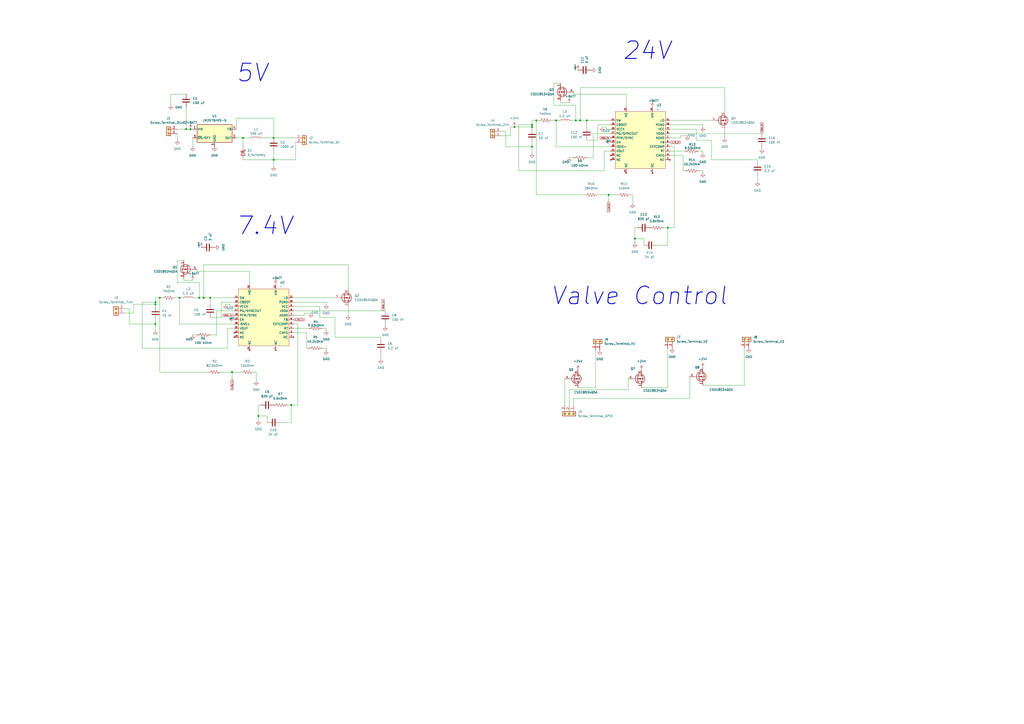
<source format=kicad_sch>
(kicad_sch (version 20250114) (generator "eeschema") (generator_version "9.0")
  (paper "A2")
  (lib_symbols
    (symbol "Connector:Screw_Terminal_01x02" (pin_names (offset 1.016) (hide yes))
      (property "Reference" "J" (at 0 2.54 0))
      (property "Value" "Screw_Terminal_01x02" (at 0 -5.08 0))
      (symbol "Screw_Terminal_01x02_1_1"
        (rectangle (start -1.27 1.27) (end 1.27 -3.81) (stroke (width 0.254)) (fill (type background)))
        (polyline (pts (xy -0.5334 0.3302) (xy 0.3302 -0.508)) (stroke (width 0.1524)))
        (polyline (pts (xy -0.5334 -2.2098) (xy 0.3302 -3.048)) (stroke (width 0.1524)))
        (polyline (pts (xy -0.3556 0.508) (xy 0.508 -0.3302)) (stroke (width 0.1524)))
        (polyline (pts (xy -0.3556 -2.032) (xy 0.508 -2.8702)) (stroke (width 0.1524)))
        (circle (center 0 0) (radius 0.635) (stroke (width 0.1524)))
        (circle (center 0 -2.54) (radius 0.635) (stroke (width 0.1524)))
        (pin passive line (at -5.08 0 0) (length 3.81) (name "Pin_1") (number "1"))
        (pin passive line (at -5.08 -2.54 0) (length 3.81) (name "Pin_2") (number "2"))
      )
    )
    (symbol "Connector:Screw_Terminal_01x03" (pin_names (offset 1.016) (hide yes))
      (property "Reference" "J" (at 0 5.08 0))
      (property "Value" "Screw_Terminal_01x03" (at 0 -5.08 0))
      (symbol "Screw_Terminal_01x03_1_1"
        (rectangle (start -1.27 3.81) (end 1.27 -3.81) (stroke (width 0.254)) (fill (type background)))
        (polyline (pts (xy -0.5334 2.8702) (xy 0.3302 2.032)) (stroke (width 0.1524)))
        (polyline (pts (xy -0.5334 0.3302) (xy 0.3302 -0.508)) (stroke (width 0.1524)))
        (polyline (pts (xy -0.5334 -2.2098) (xy 0.3302 -3.048)) (stroke (width 0.1524)))
        (polyline (pts (xy -0.3556 3.048) (xy 0.508 2.2098)) (stroke (width 0.1524)))
        (polyline (pts (xy -0.3556 0.508) (xy 0.508 -0.3302)) (stroke (width 0.1524)))
        (polyline (pts (xy -0.3556 -2.032) (xy 0.508 -2.8702)) (stroke (width 0.1524)))
        (circle (center 0 2.54) (radius 0.635) (stroke (width 0.1524)))
        (circle (center 0 0) (radius 0.635) (stroke (width 0.1524)))
        (circle (center 0 -2.54) (radius 0.635) (stroke (width 0.1524)))
        (pin passive line (at -5.08 2.54 0) (length 3.81) (name "Pin_1") (number "1"))
        (pin passive line (at -5.08 0 0) (length 3.81) (name "Pin_2") (number "2"))
        (pin passive line (at -5.08 -2.54 0) (length 3.81) (name "Pin_3") (number "3"))
      )
    )
    (symbol "Device:C" (pin_numbers (hide yes)) (pin_names (offset 0.254))
      (property "Reference" "C" (at 0.635 2.54 0))
      (property "Value" "C" (at 0.635 -2.54 0))
      (symbol "C_0_1"
        (polyline (pts (xy -2.032 0.762) (xy 2.032 0.762)) (stroke (width 0.508)))
        (polyline (pts (xy -2.032 -0.762) (xy 2.032 -0.762)) (stroke (width 0.508)))
      )
      (symbol "C_1_1"
        (pin passive line (at 0 3.81 270) (length 2.794) (name "~") (number "1"))
        (pin passive line (at 0 -3.81 90) (length 2.794) (name "~") (number "2"))
      )
    )
    (symbol "Device:D_Schottky" (pin_numbers (hide yes)) (pin_names (offset 1.016) (hide yes))
      (property "Reference" "D" (at 0 2.54 0))
      (property "Value" "D_Schottky" (at 0 -2.54 0))
      (symbol "D_Schottky_0_1"
        (polyline (pts (xy -1.905 0.635) (xy -1.905 1.27) (xy -1.27 1.27) (xy -1.27 -1.27) (xy -0.635 -1.27) (xy -0.635 -0.635)) (stroke (width 0.254)))
        (polyline (pts (xy 1.27 1.27) (xy 1.27 -1.27) (xy -1.27 0) (xy 1.27 1.27)) (stroke (width 0.254)))
        (polyline (pts (xy 1.27 0) (xy -1.27 0)))
      )
      (symbol "D_Schottky_1_1"
        (pin passive line (at -3.81 0 0) (length 2.54) (name "K") (number "1"))
        (pin passive line (at 3.81 0 180) (length 2.54) (name "A") (number "2"))
      )
    )
    (symbol "Device:L" (pin_numbers (hide yes)) (pin_names (offset 1.016) (hide yes))
      (property "Reference" "L" (at -1.27 0 90))
      (property "Value" "L" (at 1.905 0 90))
      (symbol "L_0_1"
        (arc (start 0 2.54) (mid 0.6323 1.905) (end 0 1.27))
        (arc (start 0 1.27) (mid 0.6323 0.635) (end 0 0))
        (arc (start 0 0) (mid 0.6323 -0.635) (end 0 -1.27))
        (arc (start 0 -1.27) (mid 0.6323 -1.905) (end 0 -2.54))
      )
      (symbol "L_1_1"
        (pin passive line (at 0 3.81 270) (length 1.27) (name "1") (number "1"))
        (pin passive line (at 0 -3.81 90) (length 1.27) (name "2") (number "2"))
      )
    )
    (symbol "Device:R_US" (pin_numbers (hide yes)) (pin_names (offset 0))
      (property "Reference" "R" (at 2.54 0 90))
      (property "Value" "R_US" (at -2.54 0 90))
      (symbol "R_US_0_1"
        (polyline (pts (xy 0 2.286) (xy 0 2.54)))
        (polyline (pts (xy 0 2.286) (xy 1.016 1.905) (xy 0 1.524) (xy -1.016 1.143) (xy 0 0.762)))
        (polyline (pts (xy 0 0.762) (xy 1.016 0.381) (xy 0 0) (xy -1.016 -0.381) (xy 0 -0.762)))
        (polyline (pts (xy 0 -0.762) (xy 1.016 -1.143) (xy 0 -1.524) (xy -1.016 -1.905) (xy 0 -2.286)))
        (polyline (pts (xy 0 -2.286) (xy 0 -2.54)))
      )
      (symbol "R_US_1_1"
        (pin passive line (at 0 3.81 270) (length 1.27) (name "~") (number "1"))
        (pin passive line (at 0 -3.81 90) (length 1.27) (name "~") (number "2"))
      )
    )
    (symbol "LM5148:LM5148"
      (property "Reference" "U" (at -0.254 6.604 0))
      (symbol "LM5148_1_1"
        (rectangle (start -15.24 5.08) (end 13.97 -27.94) (fill (type background)))
        (pin no_connect line (at -17.78 0 0) (length 2.54) (name "NC") (number "2"))
        (pin input line (at -17.78 -2.54 0) (length 2.54) (name "CNFG") (number "3"))
        (pin power_in line (at -17.78 -5.08 0) (length 2.54) (name "RT") (number "4"))
        (pin output line (at -17.78 -7.62 0) (length 2.54) (name "EXTCOMP") (number "5"))
        (pin input line (at -17.78 -10.16 0) (length 2.54) (name "FB") (number "6"))
        (pin power_in line (at -17.78 -12.7 0) (length 2.54) (name "AGND") (number "7"))
        (pin output line (at -17.78 -15.24 0) (length 2.54) (name "VDDA") (number "8"))
        (pin power_out line (at -17.78 -17.78 0) (length 2.54) (name "VCC") (number "9"))
        (pin power_in line (at -17.78 -20.32 0) (length 2.54) (name "PGND") (number "10"))
        (pin output line (at -17.78 -22.86 0) (length 2.54) (name "LO") (number "11"))
        (pin no_connect line (at -7.62 7.62 270) (length 2.54) (name "NC") (number "1"))
        (pin power_in line (at -7.62 -30.48 90) (length 2.54) (name "VIN") (number "12"))
        (pin no_connect line (at 7.62 7.62 270) (length 2.54) (name "NC") (number "24"))
        (pin power_in line (at 7.62 -30.48 90) (length 2.54) (name "HO") (number "13"))
        (pin no_connect line (at 16.51 0 180) (length 2.54) (name "NC") (number "23"))
        (pin no_connect line (at 16.51 -2.54 180) (length 2.54) (name "NC") (number "22"))
        (pin input line (at 16.51 -5.08 180) (length 2.54) (name "VOUT") (number "21"))
        (pin input line (at 16.51 -7.62 180) (length 2.54) (name "ISNS+") (number "20"))
        (pin input line (at 16.51 -10.16 180) (length 2.54) (name "EN") (number "19"))
        (pin input line (at 16.51 -12.7 180) (length 2.54) (name "PFM/SYNC") (number "18"))
        (pin output line (at 16.51 -15.24 180) (length 2.54) (name "PG/SYNCOUT") (number "17"))
        (pin power_in line (at 16.51 -17.78 180) (length 2.54) (name "VCCX") (number "16"))
        (pin power_out line (at 16.51 -20.32 180) (length 2.54) (name "CBOOT") (number "15"))
        (pin power_out line (at 16.51 -22.86 180) (length 2.54) (name "SW") (number "14"))
      )
    )
    (symbol "Regulator_Switching:LM2576HVS-5" (pin_names (offset 0.254))
      (property "Reference" "U" (at -10.16 6.35 0))
      (property "Value" "LM2576HVS-5" (at 0 6.35 0))
      (symbol "LM2576HVS-5_0_1"
        (rectangle (start -10.16 5.08) (end 10.16 -5.08) (stroke (width 0.254)) (fill (type background)))
      )
      (symbol "LM2576HVS-5_1_1"
        (pin power_in line (at -12.7 2.54 0) (length 2.54) (name "VIN") (number "1"))
        (pin input line (at -12.7 -2.54 0) (length 2.54) (name "~{ON}/OFF") (number "5"))
        (pin power_in line (at 0 -7.62 90) (length 2.54) (name "GND") (number "3"))
        (pin input line (at 12.7 2.54 180) (length 2.54) (name "FB") (number "4"))
        (pin output line (at 12.7 -2.54 180) (length 2.54) (name "OUT") (number "2"))
      )
    )
    (symbol "Transistor_FET:CSD18534Q5A" (pin_names (hide yes))
      (property "Reference" "Q" (at 5.08 1.905 0))
      (property "Value" "CSD18534Q5A" (at 5.08 0 0))
      (symbol "CSD18534Q5A_0_1"
        (polyline (pts (xy 0.254 1.905) (xy 0.254 -1.905)) (stroke (width 0.254)))
        (polyline (pts (xy 0.254 0) (xy -2.54 0)))
        (polyline (pts (xy 0.762 2.286) (xy 0.762 1.27)) (stroke (width 0.254)))
        (polyline (pts (xy 0.762 0.508) (xy 0.762 -0.508)) (stroke (width 0.254)))
        (polyline (pts (xy 0.762 -1.27) (xy 0.762 -2.286)) (stroke (width 0.254)))
        (polyline (pts (xy 0.762 -1.778) (xy 3.302 -1.778) (xy 3.302 1.778) (xy 0.762 1.778)))
        (polyline (pts (xy 1.016 0) (xy 2.032 0.381) (xy 2.032 -0.381) (xy 1.016 0)) (fill (type outline)))
        (circle (center 1.651 0) (radius 2.794) (stroke (width 0.254)))
        (polyline (pts (xy 2.54 2.54) (xy 2.54 1.778)))
        (circle (center 2.54 1.778) (radius 0.254) (fill (type outline)))
        (circle (center 2.54 -1.778) (radius 0.254) (fill (type outline)))
        (polyline (pts (xy 2.54 -2.54) (xy 2.54 0) (xy 0.762 0)))
        (polyline (pts (xy 2.794 0.508) (xy 2.921 0.381) (xy 3.683 0.381) (xy 3.81 0.254)))
        (polyline (pts (xy 3.302 0.381) (xy 2.921 -0.254) (xy 3.683 -0.254) (xy 3.302 0.381)))
      )
      (symbol "CSD18534Q5A_1_1"
        (pin passive line (at -5.08 0 0) (length 2.54) (name "G") (number "4"))
        (pin passive line (at 2.54 5.08 270) (length 2.54) (name "D") (number "5"))
        (pin passive line (at 2.54 -5.08 90) (length 2.54) (name "S") (number "1"))
        (pin passive line (at 2.54 -5.08 90) (length 2.54) (hide yes) (name "S") (number "2"))
        (pin passive line (at 2.54 -5.08 90) (length 2.54) (hide yes) (name "S") (number "3"))
      )
    )
    (symbol "power:+24V" (power) (pin_numbers (hide yes)) (pin_names (offset 0) (hide yes))
      (property "Value" "+24V" (at 0 3.556 0))
      (symbol "+24V_0_1"
        (polyline (pts (xy -0.762 1.27) (xy 0 2.54)))
        (polyline (pts (xy 0 2.54) (xy 0.762 1.27)))
        (polyline (pts (xy 0 0) (xy 0 2.54)))
      )
      (symbol "+24V_1_1"
        (pin power_in line (at 0 0 90) (length 0) (name "~") (number "1"))
      )
    )
    (symbol "power:+BATT" (power) (pin_numbers (hide yes)) (pin_names (offset 0) (hide yes))
      (property "Value" "+BATT" (at 0 3.556 0))
      (symbol "+BATT_0_1"
        (polyline (pts (xy -0.762 1.27) (xy 0 2.54)))
        (polyline (pts (xy 0 2.54) (xy 0.762 1.27)))
        (polyline (pts (xy 0 0) (xy 0 2.54)))
      )
      (symbol "+BATT_1_1"
        (pin power_in line (at 0 0 90) (length 0) (name "~") (number "1"))
      )
    )
    (symbol "power:GND" (power) (pin_numbers (hide yes)) (pin_names (offset 0) (hide yes))
      (property "Value" "GND" (at 0 -3.81 0))
      (symbol "GND_0_1"
        (polyline (pts (xy 0 0) (xy 0 -1.27) (xy 1.27 -1.27) (xy 0 -2.54) (xy -1.27 -1.27) (xy 0 -1.27)))
      )
      (symbol "GND_1_1"
        (pin power_in line (at 0 0 270) (length 0) (name "~") (number "1"))
      )
    )
  )
  (text "Valve Control" (at 370.84 171.704 0) (effects (font (size 10.16 10.16) (thickness 0.508) (bold yes) (italic yes))))
  (text "24V" (at 375.412 29.464 0) (effects (font (size 10.16 10.16) (thickness 0.508) (bold yes) (italic yes))))
  (text "7.4V\n" (at 153.416 131.064 0) (effects (font (size 10.16 10.16) (thickness 0.508) (bold yes) (italic yes))))
  (text "5V" (at 146.304 42.418 0) (effects (font (size 10.16 10.16) (thickness 0.508) (bold yes) (italic yes))))
  (junction (at 168.91 234.95))
  (junction (at 90.17 176.53))
  (junction (at 134.62 215.9))
  (junction (at 140.97 80.01))
  (junction (at 92.71 172.72))
  (junction (at 121.92 172.72))
  (junction (at 115.57 172.72))
  (junction (at 104.14 172.72))
  (junction (at 107.95 74.93))
  (junction (at 90.17 175.26))
  (junction (at 158.75 92.71))
  (junction (at 118.11 172.72))
  (junction (at 110.49 74.93))
  (junction (at 158.75 80.01))
  (junction (at 308.61 85.09))
  (junction (at 311.15 69.85))
  (junction (at 353.06 113.03))
  (junction (at 308.61 72.39))
  (junction (at 368.3 138.43))
  (junction (at 298.45 73.66))
  (junction (at 322.58 69.85))
  (junction (at 340.36 69.85))
  (junction (at 308.61 73.66))
  (junction (at 387.35 132.08))
  (junction (at 336.55 69.85))
  (junction (at 334.01 69.85))
  (junction (at 90.17 187.96))
  (junction (at 149.86 241.3))
  (wire (pts (xy 185.42 177.8) (xy 185.42 184.15)))
  (wire (pts (xy 82.55 175.26) (xy 82.55 201.93)))
  (wire (pts (xy 158.75 68.58) (xy 137.16 68.58)))
  (wire (pts (xy 336.55 50.8) (xy 420.37 50.8)))
  (wire (pts (xy 321.31 60.96) (xy 321.31 48.26)))
  (wire (pts (xy 363.22 54.61) (xy 332.74 54.61)))
  (wire (pts (xy 331.47 69.85) (xy 334.01 69.85)))
  (wire (pts (xy 149.86 234.95) (xy 149.86 241.3)))
  (wire (pts (xy 350.52 87.63) (xy 354.33 87.63)))
  (wire (pts (xy 170.18 177.8) (xy 185.42 177.8)))
  (wire (pts (xy 104.14 172.72) (xy 104.14 187.96)))
  (wire (pts (xy 308.61 69.85) (xy 308.61 72.39)))
  (wire (pts (xy 158.75 92.71) (xy 158.75 96.52)))
  (wire (pts (xy 322.58 85.09) (xy 354.33 85.09)))
  (wire (pts (xy 135.89 180.34) (xy 125.73 180.34)))
  (wire (pts (xy 344.17 91.44) (xy 340.36 91.44)))
  (wire (pts (xy 194.31 184.15) (xy 194.31 195.58)))
  (wire (pts (xy 394.97 78.74) (xy 394.97 80.01)))
  (wire (pts (xy 391.16 85.09) (xy 391.16 132.08)))
  (wire (pts (xy 368.3 138.43) (xy 368.3 140.97)))
  (wire (pts (xy 387.35 142.24) (xy 381 142.24)))
  (wire (pts (xy 293.37 85.09) (xy 293.37 76.2)))
  (wire (pts (xy 144.78 165.1) (xy 144.78 157.48)))
  (wire (pts (xy 170.18 175.26) (xy 189.23 175.26)))
  (wire (pts (xy 340.36 69.85) (xy 340.36 73.66)))
  (wire (pts (xy 176.53 181.61) (xy 180.34 181.61)))
  (wire (pts (xy 185.42 184.15) (xy 194.31 184.15)))
  (wire (pts (xy 74.93 179.07) (xy 72.39 179.07)))
  (wire (pts (xy 102.87 163.83) (xy 102.87 151.13)))
  (wire (pts (xy 147.32 215.9) (xy 148.59 215.9)))
  (wire (pts (xy 90.17 175.26) (xy 90.17 176.53)))
  (wire (pts (xy 140.97 92.71) (xy 158.75 92.71)))
  (wire (pts (xy 346.71 113.03) (xy 353.06 113.03)))
  (wire (pts (xy 106.68 151.13) (xy 102.87 151.13)))
  (wire (pts (xy 311.15 69.85) (xy 311.15 113.03)))
  (wire (pts (xy 330.2 226.06) (xy 330.2 234.95)))
  (wire (pts (xy 308.61 73.66) (xy 298.45 73.66)))
  (wire (pts (xy 354.33 74.93) (xy 351.79 74.93)))
  (wire (pts (xy 168.91 234.95) (xy 166.37 234.95)))
  (wire (pts (xy 152.4 80.01) (xy 158.75 80.01)))
  (wire (pts (xy 298.45 73.66) (xy 295.91 73.66)))
  (wire (pts (xy 368.3 132.08) (xy 368.3 138.43)))
  (wire (pts (xy 111.76 80.01) (xy 111.76 85.09)))
  (wire (pts (xy 74.93 187.96) (xy 74.93 179.07)))
  (wire (pts (xy 177.8 193.04) (xy 177.8 201.93)))
  (wire (pts (xy 346.71 72.39) (xy 346.71 81.28)))
  (wire (pts (xy 308.61 72.39) (xy 308.61 73.66)))
  (wire (pts (xy 353.06 113.03) (xy 353.06 116.84)))
  (wire (pts (xy 388.62 90.17) (xy 396.24 90.17)))
  (wire (pts (xy 372.11 224.79) (xy 387.35 224.79)))
  (wire (pts (xy 400.05 231.14) (xy 400.05 218.44)))
  (wire (pts (xy 172.72 187.96) (xy 172.72 234.95)))
  (wire (pts (xy 121.92 172.72) (xy 121.92 176.53)))
  (wire (pts (xy 373.38 142.24) (xy 373.38 138.43)))
  (wire (pts (xy 170.18 190.5) (xy 179.07 190.5)))
  (wire (pts (xy 158.75 80.01) (xy 171.45 80.01)))
  (wire (pts (xy 334.01 69.85) (xy 336.55 69.85)))
  (wire (pts (xy 171.45 82.55) (xy 171.45 92.71)))
  (wire (pts (xy 118.11 153.67) (xy 201.93 153.67)))
  (wire (pts (xy 134.62 215.9) (xy 139.7 215.9)))
  (wire (pts (xy 308.61 69.85) (xy 311.15 69.85)))
  (wire (pts (xy 330.2 91.44) (xy 332.74 91.44)))
  (wire (pts (xy 336.55 69.85) (xy 340.36 69.85)))
  (wire (pts (xy 92.71 172.72) (xy 92.71 215.9)))
  (wire (pts (xy 90.17 187.96) (xy 74.93 187.96)))
  (wire (pts (xy 154.94 245.11) (xy 154.94 241.3)))
  (wire (pts (xy 133.35 177.8) (xy 133.35 176.53)))
  (wire (pts (xy 308.61 85.09) (xy 308.61 88.9)))
  (wire (pts (xy 332.74 231.14) (xy 400.05 231.14)))
  (wire (pts (xy 350.52 99.06) (xy 350.52 87.63)))
  (wire (pts (xy 118.11 172.72) (xy 118.11 153.67)))
  (wire (pts (xy 388.62 87.63) (xy 397.51 87.63)))
  (wire (pts (xy 346.71 81.28) (xy 340.36 81.28)))
  (wire (pts (xy 387.35 132.08) (xy 387.35 142.24)))
  (wire (pts (xy 388.62 85.09) (xy 391.16 85.09)))
  (wire (pts (xy 148.59 215.9) (xy 148.59 220.98)))
  (wire (pts (xy 394.97 80.01) (xy 388.62 80.01)))
  (wire (pts (xy 107.95 62.23) (xy 107.95 74.93)))
  (wire (pts (xy 90.17 187.96) (xy 90.17 191.77)))
  (wire (pts (xy 365.76 113.03) (xy 367.03 113.03)))
  (wire (pts (xy 149.86 241.3) (xy 149.86 243.84)))
  (wire (pts (xy 367.03 113.03) (xy 367.03 118.11)))
  (wire (pts (xy 133.35 176.53) (xy 130.81 176.53)))
  (wire (pts (xy 90.17 172.72) (xy 90.17 175.26)))
  (wire (pts (xy 128.27 184.15) (xy 121.92 184.15)))
  (wire (pts (xy 125.73 194.31) (xy 121.92 194.31)))
  (wire (pts (xy 144.78 157.48) (xy 114.3 157.48)))
  (wire (pts (xy 158.75 87.63) (xy 158.75 92.71)))
  (wire (pts (xy 176.53 182.88) (xy 170.18 182.88)))
  (wire (pts (xy 137.16 68.58) (xy 137.16 74.93)))
  (wire (pts (xy 172.72 234.95) (xy 168.91 234.95)))
  (wire (pts (xy 102.87 77.47) (xy 102.87 81.28)))
  (wire (pts (xy 353.06 113.03) (xy 358.14 113.03)))
  (wire (pts (xy 132.08 201.93) (xy 132.08 190.5)))
  (wire (pts (xy 90.17 172.72) (xy 92.71 172.72)))
  (wire (pts (xy 189.23 175.26) (xy 189.23 176.53)))
  (wire (pts (xy 388.62 69.85) (xy 412.75 69.85)))
  (wire (pts (xy 441.96 85.09) (xy 441.96 86.36)))
  (wire (pts (xy 189.23 190.5) (xy 189.23 191.77)))
  (wire (pts (xy 170.18 187.96) (xy 172.72 187.96)))
  (wire (pts (xy 113.03 172.72) (xy 115.57 172.72)))
  (wire (pts (xy 327.66 219.71) (xy 327.66 234.95)))
  (wire (pts (xy 388.62 74.93) (xy 403.86 74.93)))
  (wire (pts (xy 439.42 92.71) (xy 439.42 93.98)))
  (wire (pts (xy 223.52 187.96) (xy 223.52 189.23)))
  (wire (pts (xy 354.33 72.39) (xy 346.71 72.39)))
  (wire (pts (xy 170.18 180.34) (xy 223.52 180.34)))
  (wire (pts (xy 104.14 187.96) (xy 135.89 187.96)))
  (wire (pts (xy 322.58 69.85) (xy 322.58 85.09)))
  (wire (pts (xy 201.93 177.8) (xy 201.93 182.88)))
  (wire (pts (xy 90.17 176.53) (xy 90.17 177.8)))
  (wire (pts (xy 220.98 204.47) (xy 220.98 208.28)))
  (wire (pts (xy 387.35 132.08) (xy 384.81 132.08)))
  (wire (pts (xy 335.28 224.79) (xy 345.44 224.79)))
  (wire (pts (xy 194.31 195.58) (xy 220.98 195.58)))
  (wire (pts (xy 92.71 215.9) (xy 120.65 215.9)))
  (wire (pts (xy 102.87 74.93) (xy 107.95 74.93)))
  (wire (pts (xy 322.58 69.85) (xy 323.85 69.85)))
  (wire (pts (xy 115.57 172.72) (xy 115.57 163.83)))
  (wire (pts (xy 82.55 201.93) (xy 132.08 201.93)))
  (wire (pts (xy 412.75 81.28) (xy 412.75 92.71)))
  (wire (pts (xy 151.13 234.95) (xy 149.86 234.95)))
  (wire (pts (xy 439.42 101.6) (xy 439.42 105.41)))
  (wire (pts (xy 114.3 157.48) (xy 114.3 156.21)))
  (wire (pts (xy 115.57 172.72) (xy 118.11 172.72)))
  (wire (pts (xy 388.62 72.39) (xy 407.67 72.39)))
  (wire (pts (xy 431.8 223.52) (xy 431.8 201.93)))
  (wire (pts (xy 330.2 226.06) (xy 364.49 226.06)))
  (wire (pts (xy 308.61 82.55) (xy 308.61 85.09)))
  (wire (pts (xy 391.16 132.08) (xy 387.35 132.08)))
  (wire (pts (xy 325.12 59.69) (xy 330.2 59.69)))
  (wire (pts (xy 134.62 215.9) (xy 134.62 219.71)))
  (wire (pts (xy 186.69 201.93) (xy 189.23 201.93)))
  (wire (pts (xy 106.68 162.56) (xy 111.76 162.56)))
  (wire (pts (xy 90.17 175.26) (xy 82.55 175.26)))
  (wire (pts (xy 336.55 69.85) (xy 336.55 50.8)))
  (wire (pts (xy 121.92 172.72) (xy 135.89 172.72)))
  (wire (pts (xy 308.61 73.66) (xy 308.61 74.93)))
  (wire (pts (xy 220.98 195.58) (xy 220.98 196.85)))
  (wire (pts (xy 308.61 85.09) (xy 293.37 85.09)))
  (wire (pts (xy 394.97 78.74) (xy 398.78 78.74)))
  (wire (pts (xy 115.57 163.83) (xy 102.87 163.83)))
  (wire (pts (xy 135.89 177.8) (xy 133.35 177.8)))
  (wire (pts (xy 170.18 172.72) (xy 194.31 172.72)))
  (wire (pts (xy 334.01 60.96) (xy 321.31 60.96)))
  (wire (pts (xy 325.12 48.26) (xy 321.31 48.26)))
  (wire (pts (xy 320.04 69.85) (xy 322.58 69.85)))
  (wire (pts (xy 189.23 201.93) (xy 189.23 203.2)))
  (wire (pts (xy 407.67 223.52) (xy 431.8 223.52)))
  (wire (pts (xy 354.33 77.47) (xy 344.17 77.47)))
  (wire (pts (xy 77.47 176.53) (xy 77.47 181.61)))
  (wire (pts (xy 170.18 193.04) (xy 177.8 193.04)))
  (wire (pts (xy 111.76 194.31) (xy 114.3 194.31)))
  (wire (pts (xy 201.93 153.67) (xy 201.93 167.64)))
  (wire (pts (xy 140.97 80.01) (xy 144.78 80.01)))
  (wire (pts (xy 364.49 226.06) (xy 364.49 219.71)))
  (wire (pts (xy 340.36 69.85) (xy 354.33 69.85)))
  (wire (pts (xy 369.57 132.08) (xy 368.3 132.08)))
  (wire (pts (xy 135.89 175.26) (xy 128.27 175.26)))
  (wire (pts (xy 420.37 74.93) (xy 420.37 80.01)))
  (wire (pts (xy 168.91 245.11) (xy 162.56 245.11)))
  (wire (pts (xy 137.16 80.01) (xy 140.97 80.01)))
  (wire (pts (xy 308.61 72.39) (xy 300.99 72.39)))
  (wire (pts (xy 311.15 69.85) (xy 312.42 69.85)))
  (wire (pts (xy 300.99 99.06) (xy 350.52 99.06)))
  (wire (pts (xy 420.37 50.8) (xy 420.37 64.77)))
  (wire (pts (xy 345.44 224.79) (xy 345.44 203.2)))
  (wire (pts (xy 311.15 113.03) (xy 339.09 113.03)))
  (wire (pts (xy 99.06 54.61) (xy 107.95 54.61)))
  (wire (pts (xy 107.95 74.93) (xy 110.49 74.93)))
  (wire (pts (xy 405.13 99.06) (xy 407.67 99.06)))
  (wire (pts (xy 403.86 74.93) (xy 403.86 81.28)))
  (wire (pts (xy 403.86 81.28) (xy 412.75 81.28)))
  (wire (pts (xy 110.49 74.93) (xy 111.76 74.93)))
  (wire (pts (xy 363.22 62.23) (xy 363.22 54.61)))
  (wire (pts (xy 90.17 176.53) (xy 77.47 176.53)))
  (wire (pts (xy 132.08 190.5) (xy 135.89 190.5)))
  (wire (pts (xy 118.11 172.72) (xy 121.92 172.72)))
  (wire (pts (xy 325.12 58.42) (xy 325.12 59.69)))
  (wire (pts (xy 158.75 80.01) (xy 158.75 68.58)))
  (wire (pts (xy 334.01 69.85) (xy 334.01 60.96)))
  (wire (pts (xy 407.67 99.06) (xy 407.67 100.33)))
  (wire (pts (xy 295.91 78.74) (xy 290.83 78.74)))
  (wire (pts (xy 154.94 241.3) (xy 149.86 241.3)))
  (wire (pts (xy 295.91 73.66) (xy 295.91 78.74)))
  (wire (pts (xy 407.67 72.39) (xy 407.67 73.66)))
  (wire (pts (xy 332.74 231.14) (xy 332.74 234.95)))
  (wire (pts (xy 128.27 175.26) (xy 128.27 184.15)))
  (wire (pts (xy 125.73 180.34) (xy 125.73 194.31)))
  (wire (pts (xy 344.17 77.47) (xy 344.17 91.44)))
  (wire (pts (xy 407.67 87.63) (xy 407.67 88.9)))
  (wire (pts (xy 300.99 72.39) (xy 300.99 99.06)))
  (wire (pts (xy 412.75 92.71) (xy 439.42 92.71)))
  (wire (pts (xy 158.75 92.71) (xy 171.45 92.71)))
  (wire (pts (xy 104.14 172.72) (xy 105.41 172.72)))
  (wire (pts (xy 332.74 54.61) (xy 332.74 53.34)))
  (wire (pts (xy 92.71 172.72) (xy 93.98 172.72)))
  (wire (pts (xy 396.24 99.06) (xy 397.51 99.06)))
  (wire (pts (xy 186.69 190.5) (xy 189.23 190.5)))
  (wire (pts (xy 388.62 77.47) (xy 441.96 77.47)))
  (wire (pts (xy 90.17 185.42) (xy 90.17 187.96)))
  (wire (pts (xy 77.47 181.61) (xy 72.39 181.61)))
  (wire (pts (xy 293.37 76.2) (xy 290.83 76.2)))
  (wire (pts (xy 99.06 60.96) (xy 99.06 54.61)))
  (wire (pts (xy 373.38 138.43) (xy 368.3 138.43)))
  (wire (pts (xy 176.53 181.61) (xy 176.53 182.88)))
  (wire (pts (xy 101.6 172.72) (xy 104.14 172.72)))
  (wire (pts (xy 351.79 74.93) (xy 351.79 73.66)))
  (wire (pts (xy 177.8 201.93) (xy 179.07 201.93)))
  (wire (pts (xy 396.24 90.17) (xy 396.24 99.06)))
  (wire (pts (xy 351.79 73.66) (xy 349.25 73.66)))
  (wire (pts (xy 168.91 234.95) (xy 168.91 245.11)))
  (wire (pts (xy 128.27 215.9) (xy 134.62 215.9)))
  (wire (pts (xy 405.13 87.63) (xy 407.67 87.63)))
  (wire (pts (xy 387.35 224.79) (xy 387.35 201.93)))
  (wire (pts (xy 106.68 161.29) (xy 106.68 162.56)))
  (wire (pts (xy 140.97 80.01) (xy 140.97 85.09)))
  (global_label "V_FB_24" (shape input) (at 388.62 82.55 0) (effects (font (size 0.762 0.762))) (property "Intersheetrefs" "${INTERSHEET_REFS}" (effects (hide yes))))
  (global_label "VDDA_7.4" (shape input) (at 222.25 180.34 90) (effects (font (size 0.762 0.762))) (property "Intersheetrefs" "${INTERSHEET_REFS}" (effects (hide yes))))
  (global_label "V_FB_7.4" (shape input) (at 134.62 219.71 270) (effects (font (size 0.762 0.762))) (property "Intersheetrefs" "${INTERSHEET_REFS}" (effects (hide yes))))
  (global_label "V_FB_7.4" (shape input) (at 170.18 185.42 0) (effects (font (size 0.762 0.762))) (property "Intersheetrefs" "${INTERSHEET_REFS}" (effects (hide yes))))
  (global_label "V_FB_24" (shape input) (at 353.06 116.84 270) (effects (font (size 0.762 0.762))) (property "Intersheetrefs" "${INTERSHEET_REFS}" (effects (hide yes))))
  (global_label "VDDA_24" (shape input) (at 441.96 77.47 90) (effects (font (size 0.762 0.762))) (property "Intersheetrefs" "${INTERSHEET_REFS}" (effects (hide yes))))
  (global_label "VDDA_7.4" (shape input) (at 135.89 182.88 180) (effects (font (size 0.762 0.762))) (property "Intersheetrefs" "${INTERSHEET_REFS}" (effects (hide yes))))
  (global_label "VDDA_24" (shape input) (at 354.33 80.01 180) (effects (font (size 0.762 0.762))) (property "Intersheetrefs" "${INTERSHEET_REFS}" (effects (hide yes))))
  (symbol (lib_id "power:+BATT") (at 378.46 62.23 0) (unit 1)
    (property "Reference" "#PWR031" (effects (hide yes)))
    (property "Value" "+BATT" (at 379.222 58.42 0))
    (property "Description" "Power symbol creates a global label with name \"+BATT\"" (effects (hide yes)))
  )
  (symbol (lib_id "power:+BATT") (at 116.84 143.51 0) (unit 1)
    (property "Reference" "#PWR039" (effects (hide yes)))
    (property "Value" "+BATT" (at 115.316 141.986 90) (effects (font (size 0.762 0.762))))
    (property "Description" "Power symbol creates a global label with name \"+BATT\"" (effects (hide yes)))
  )
  (symbol (lib_id "Device:L") (at 109.22 172.72 90) (unit 1)
    (property "Reference" "L2" (at 109.22 167.64 90))
    (property "Value" "1.2 uH" (at 109.22 170.18 90))
    (property "Footprint" "Inductor_SMD:L_7.3x7.3_H3.5" (effects (hide yes)))
    (property "Description" "Inductor" (effects (hide yes)))
  )
  (symbol (lib_id "Transistor_FET:CSD18534Q5A") (at 369.57 219.71 0) (unit 1)
    (property "Reference" "Q7" (at 365.76 213.868 0) (effects (justify left)))
    (property "Value" "CSD18534Q5A" (at 373.126 226.568 0) (effects (justify left)))
    (property "Footprint" "Package_TO_SOT_SMD:TDSON-8-1" (effects (hide yes)))
    (property "Datasheet" "http://www.ti.com/lit/gpn/csd18534q5a" (effects (hide yes)))
    (property "Description" "50A Id, 60V Vds, NexFET N-Channel Power MOSFET, 9.8mOhm Ron, 17nC Qg(typ), SON8 5x6mm" (effects (hide yes)))
  )
  (symbol (lib_id "Connector:Screw_Terminal_01x02") (at 176.53 80.01 0) (unit 1)
    (property "Reference" "J2" (at 179.07 80.0099 0) (effects (justify left)))
    (property "Value" "Screw_Terminal_5V" (at 179.07 82.5499 0) (effects (justify left)))
    (property "Footprint" "TerminalBlock:TerminalBlock_MaiXu_MX126-5.0-02P_1x02_P5.00mm" (effects (hide yes)))
    (property "Description" "Generic screw terminal, single row, 01x02, script generated (kicad-library-utils/schlib/autogen/connector/)" (effects (hide yes)))
  )
  (symbol (lib_id "Device:R_US") (at 182.88 190.5 90) (unit 1)
    (property "Reference" "R4" (at 183.134 186.69 90))
    (property "Value" "9.53kOhm" (at 183.388 188.722 90))
    (property "Footprint" "Resistor_SMD:R_0201_0603Metric" (effects (hide yes)))
    (property "Description" "Resistor, US symbol" (effects (hide yes)))
  )
  (symbol (lib_id "power:GND") (at 124.46 85.09 0) (unit 1)
    (property "Reference" "#PWR03" (effects (hide yes)))
    (property "Value" "GND" (at 124.46 90.17 0))
    (property "Description" "Power symbol creates a global label with name \"GND\" , ground" (effects (hide yes)))
  )
  (symbol (lib_id "power:GND") (at 102.87 81.28 0) (unit 1)
    (property "Reference" "#PWR01" (effects (hide yes)))
    (property "Value" "GND" (at 102.87 86.36 0))
    (property "Description" "Power symbol creates a global label with name \"GND\" , ground" (effects (hide yes)))
  )
  (symbol (lib_id "Device:C") (at 158.75 245.11 90) (unit 1)
    (property "Reference" "C10" (at 158.496 249.428 90))
    (property "Value" "24 pF" (at 158.496 251.968 90))
    (property "Footprint" "Capacitor_SMD:CP_Elec_4x3" (effects (hide yes)))
    (property "Description" "Unpolarized capacitor" (effects (hide yes)))
  )
  (symbol (lib_id "power:GND") (at 189.23 191.77 0) (unit 1)
    (property "Reference" "#PWR09" (effects (hide yes)))
    (property "Value" "GND" (at 189.23 196.85 0))
    (property "Description" "Power symbol creates a global label with name \"GND\" , ground" (effects (hide yes)))
  )
  (symbol (lib_id "Connector:Screw_Terminal_01x02") (at 285.75 78.74 180) (unit 1)
    (property "Reference" "J4" (at 285.75 69.85 0))
    (property "Value" "Screw_Terminal_24V" (at 285.75 72.39 0))
    (property "Footprint" "TerminalBlock:TerminalBlock_MaiXu_MX126-5.0-02P_1x02_P5.00mm" (effects (hide yes)))
    (property "Description" "Generic screw terminal, single row, 01x02, script generated (kicad-library-utils/schlib/autogen/connector/)" (effects (hide yes)))
  )
  (symbol (lib_id "Device:R_US") (at 401.32 87.63 90) (unit 1)
    (property "Reference" "R13" (at 401.574 83.82 90))
    (property "Value" "9.53kOhm" (at 401.828 85.852 90))
    (property "Footprint" "Resistor_SMD:R_0201_0603Metric" (effects (hide yes)))
    (property "Description" "Resistor, US symbol" (effects (hide yes)))
  )
  (symbol (lib_id "power:+BATT") (at 160.02 165.1 0) (unit 1)
    (property "Reference" "#PWR018" (effects (hide yes)))
    (property "Value" "+BATT" (at 160.782 161.29 0))
    (property "Description" "Power symbol creates a global label with name \"+BATT\"" (effects (hide yes)))
  )
  (symbol (lib_id "Device:R_US") (at 316.23 69.85 90) (unit 1)
    (property "Reference" "R8" (at 316.23 63.5 90))
    (property "Value" "7mOhm" (at 316.23 66.04 90))
    (property "Footprint" "Resistor_SMD:R_0201_0603Metric" (effects (hide yes)))
    (property "Description" "Resistor, US symbol" (effects (hide yes)))
  )
  (symbol (lib_id "Device:C") (at 158.75 83.82 0) (unit 1)
    (property "Reference" "C2" (at 162.56 82.5499 0) (effects (justify left)))
    (property "Value" "1000 uF" (at 162.56 85.0899 0) (effects (justify left)))
    (property "Footprint" "Capacitor_SMD:CP_Elec_4x3" (effects (hide yes)))
    (property "Description" "Unpolarized capacitor" (effects (hide yes)))
  )
  (symbol (lib_id "Device:R_US") (at 124.46 215.9 90) (unit 1)
    (property "Reference" "R2" (at 124.46 209.55 90))
    (property "Value" "82.5kOhm" (at 124.46 212.09 90))
    (property "Footprint" "Resistor_SMD:R_0201_0603Metric" (effects (hide yes)))
    (property "Description" "Resistor, US symbol" (effects (hide yes)))
  )
  (symbol (lib_id "Connector:Screw_Terminal_01x02") (at 431.8 196.85 90) (unit 1)
    (property "Reference" "J8" (at 436.88 195.5799 90) (effects (justify right)))
    (property "Value" "Screw_Terminal_V3" (at 436.88 198.1199 90) (effects (justify right)))
    (property "Footprint" "TerminalBlock_4Ucon:TerminalBlock_4Ucon_1x02_P3.50mm_Vertical" (effects (hide yes)))
    (property "Description" "Generic screw terminal, single row, 01x02, script generated (kicad-library-utils/schlib/autogen/connector/)" (effects (hide yes)))
  )
  (symbol (lib_id "power:GND") (at 407.67 88.9 0) (unit 1)
    (property "Reference" "#PWR034" (effects (hide yes)))
    (property "Value" "GND" (at 407.67 93.98 0))
    (property "Description" "Power symbol creates a global label with name \"GND\" , ground" (effects (hide yes)))
  )
  (symbol (lib_id "power:+BATT") (at 111.76 162.56 0) (unit 1)
    (property "Reference" "#PWR026" (effects (hide yes)))
    (property "Value" "+BATT" (at 112.522 158.75 0))
    (property "Description" "Power symbol creates a global label with name \"+BATT\"" (effects (hide yes)))
  )
  (symbol (lib_id "LM5148:LM5148") (at 370.84 92.71 180) (unit 1)
    (property "Reference" "U3" (at 380.8797 60.96 0) (effects (justify right)))
    (property "Value" "~" (at 380.8797 63.5 0) (effects (justify right)))
    (property "Footprint" "footprints:RGY0024F-MFG" (effects (hide yes)))
  )
  (symbol (lib_id "power:GND") (at 180.34 181.61 0) (unit 1)
    (property "Reference" "#PWR015" (effects (hide yes)))
    (property "Value" "GND" (at 182.626 181.356 0))
    (property "Description" "Power symbol creates a global label with name \"GND\" , ground" (effects (hide yes)))
  )
  (symbol (lib_id "Device:L") (at 327.66 69.85 90) (unit 1)
    (property "Reference" "L3" (at 327.66 64.77 90))
    (property "Value" "1.2 uH" (at 327.66 67.31 90))
    (property "Footprint" "Inductor_SMD:L_7.3x7.3_H3.5" (effects (hide yes)))
    (property "Description" "Inductor" (effects (hide yes)))
  )
  (symbol (lib_id "Device:C") (at 223.52 184.15 0) (unit 1)
    (property "Reference" "C8" (at 227.33 182.8799 0) (effects (justify left)))
    (property "Value" "100 nF" (at 227.33 185.4199 0) (effects (justify left)))
    (property "Footprint" "Capacitor_SMD:CP_Elec_4x3" (effects (hide yes)))
    (property "Description" "Unpolarized capacitor" (effects (hide yes)))
  )
  (symbol (lib_id "power:GND") (at 111.76 85.09 0) (unit 1)
    (property "Reference" "#PWR04" (effects (hide yes)))
    (property "Value" "GND" (at 111.76 90.17 0))
    (property "Description" "Power symbol creates a global label with name \"GND\" , ground" (effects (hide yes)))
  )
  (symbol (lib_id "Connector:Screw_Terminal_01x03") (at 330.2 240.03 270) (unit 1)
    (property "Reference" "J5" (at 335.28 238.7599 90) (effects (justify left)))
    (property "Value" "Screw_Terminal_GPIO" (at 335.28 241.2999 90) (effects (justify left)))
    (property "Footprint" "TerminalBlock_4Ucon:TerminalBlock_4Ucon_1x03_P3.50mm_Horizontal" (effects (hide yes)))
    (property "Description" "Generic screw terminal, single row, 01x03, script generated (kicad-library-utils/schlib/autogen/connector/)" (effects (hide yes)))
  )
  (symbol (lib_id "power:GND") (at 223.52 189.23 0) (unit 1)
    (property "Reference" "#PWR014" (effects (hide yes)))
    (property "Value" "GND" (at 223.52 194.31 0))
    (property "Description" "Power symbol creates a global label with name \"GND\" , ground" (effects (hide yes)))
  )
  (symbol (lib_id "Device:C") (at 120.65 143.51 90) (unit 1)
    (property "Reference" "C3" (at 119.3799 139.7 0) (effects (justify left)))
    (property "Value" "5 uF" (at 121.9199 139.7 0) (effects (justify left)))
    (property "Footprint" "Capacitor_SMD:CP_Elec_4x3" (effects (hide yes)))
    (property "Description" "Unpolarized capacitor" (effects (hide yes)))
  )
  (symbol (lib_id "Connector:Screw_Terminal_01x02") (at 345.44 198.12 90) (unit 1)
    (property "Reference" "J6" (at 350.52 196.8499 90) (effects (justify right)))
    (property "Value" "Screw_Terminal_V1" (at 350.52 199.3899 90) (effects (justify right)))
    (property "Footprint" "TerminalBlock_4Ucon:TerminalBlock_4Ucon_1x02_P3.50mm_Vertical" (effects (hide yes)))
    (property "Description" "Generic screw terminal, single row, 01x02, script generated (kicad-library-utils/schlib/autogen/connector/)" (effects (hide yes)))
  )
  (symbol (lib_id "Device:R_US") (at 97.79 172.72 90) (unit 1)
    (property "Reference" "R1" (at 97.79 166.37 90))
    (property "Value" "7mOhm" (at 97.79 168.91 90))
    (property "Footprint" "Resistor_SMD:R_0201_0603Metric" (effects (hide yes)))
    (property "Description" "Resistor, US symbol" (effects (hide yes)))
  )
  (symbol (lib_id "Device:D_Schottky") (at 140.97 88.9 270) (unit 1)
    (property "Reference" "D1" (at 143.51 87.3124 90) (effects (justify left)))
    (property "Value" "D_Schottky" (at 143.51 89.8524 90) (effects (justify left)))
    (property "Footprint" "Diode_SMD:D_0201_0603Metric" (effects (hide yes)))
    (property "Description" "Schottky diode" (effects (hide yes)))
  )
  (symbol (lib_id "Device:C") (at 308.61 78.74 0) (unit 1)
    (property "Reference" "C7" (at 312.42 77.4699 0) (effects (justify left)))
    (property "Value" "10 uF" (at 312.42 80.0099 0) (effects (justify left)))
    (property "Footprint" "Capacitor_SMD:CP_Elec_4x3" (effects (hide yes)))
    (property "Description" "Unpolarized capacitor" (effects (hide yes)))
  )
  (symbol (lib_id "Device:C") (at 339.09 40.64 90) (unit 1)
    (property "Reference" "C11" (at 337.8199 36.83 0) (effects (justify left)))
    (property "Value" "5 uF" (at 340.3599 36.83 0) (effects (justify left)))
    (property "Footprint" "Capacitor_SMD:CP_Elec_4x3" (effects (hide yes)))
    (property "Description" "Unpolarized capacitor" (effects (hide yes)))
  )
  (symbol (lib_id "LM5148:LM5148") (at 152.4 195.58 180) (unit 1)
    (property "Reference" "U2" (at 162.4397 163.83 0) (effects (justify right)))
    (property "Value" "~" (at 162.4397 166.37 0) (effects (justify right)))
    (property "Footprint" "footprints:RGY0024F-MFG" (effects (hide yes)))
  )
  (symbol (lib_id "power:GND") (at 201.93 182.88 0) (unit 1)
    (property "Reference" "#PWR012" (effects (hide yes)))
    (property "Value" "GND" (at 201.93 187.96 0))
    (property "Description" "Power symbol creates a global label with name \"GND\" , ground" (effects (hide yes)))
  )
  (symbol (lib_id "Device:L") (at 148.59 80.01 90) (unit 1)
    (property "Reference" "L1" (at 148.59 74.93 90))
    (property "Value" "100 uH" (at 148.59 77.47 90))
    (property "Footprint" "Inductor_SMD:L_7.3x7.3_H3.5" (effects (hide yes)))
    (property "Description" "Inductor" (effects (hide yes)))
  )
  (symbol (lib_id "power:GND") (at 439.42 105.41 0) (unit 1)
    (property "Reference" "#PWR037" (effects (hide yes)))
    (property "Value" "GND" (at 439.42 110.49 0))
    (property "Description" "Power symbol creates a global label with name \"GND\" , ground" (effects (hide yes)))
  )
  (symbol (lib_id "power:GND") (at 347.98 203.2 0) (unit 1)
    (property "Reference" "#PWR045" (effects (hide yes)))
    (property "Value" "GND" (at 347.98 208.28 0))
    (property "Description" "Power symbol creates a global label with name \"GND\" , ground" (effects (hide yes)))
  )
  (symbol (lib_id "power:GND") (at 220.98 208.28 0) (unit 1)
    (property "Reference" "#PWR013" (effects (hide yes)))
    (property "Value" "GND" (at 220.98 213.36 0))
    (property "Description" "Power symbol creates a global label with name \"GND\" , ground" (effects (hide yes)))
  )
  (symbol (lib_id "Device:C") (at 373.38 132.08 90) (unit 1)
    (property "Reference" "C13" (at 373.38 124.46 90))
    (property "Value" "820 pF" (at 373.38 127 90))
    (property "Footprint" "Capacitor_SMD:CP_Elec_4x3" (effects (hide yes)))
    (property "Description" "Unpolarized capacitor" (effects (hide yes)))
  )
  (symbol (lib_id "power:GND") (at 367.03 118.11 0) (unit 1)
    (property "Reference" "#PWR029" (effects (hide yes)))
    (property "Value" "GND" (at 367.03 123.19 0))
    (property "Description" "Power symbol creates a global label with name \"GND\" , ground" (effects (hide yes)))
  )
  (symbol (lib_id "power:GND") (at 124.46 143.51 90) (unit 1)
    (property "Reference" "#PWR06" (effects (hide yes)))
    (property "Value" "GND" (at 129.54 143.51 0))
    (property "Description" "Power symbol creates a global label with name \"GND\" , ground" (effects (hide yes)))
  )
  (symbol (lib_id "Device:C") (at 107.95 58.42 0) (unit 1)
    (property "Reference" "C1" (at 111.76 57.1499 0) (effects (justify left)))
    (property "Value" "100 uF" (at 111.76 59.6899 0) (effects (justify left)))
    (property "Footprint" "Capacitor_SMD:CP_Elec_4x3" (effects (hide yes)))
    (property "Description" "Unpolarized capacitor" (effects (hide yes)))
  )
  (symbol (lib_id "Device:C") (at 121.92 180.34 0) (unit 1)
    (property "Reference" "C5" (at 112.522 179.832 0) (effects (justify left)))
    (property "Value" "100 nF" (at 112.522 182.372 0) (effects (justify left)))
    (property "Footprint" "Capacitor_SMD:CP_Elec_4x3" (effects (hide yes)))
    (property "Description" "Unpolarized capacitor" (effects (hide yes)))
  )
  (symbol (lib_id "power:+24V") (at 298.45 73.66 0) (unit 1)
    (property "Reference" "#PWR041" (effects (hide yes)))
    (property "Value" "+24V" (at 298.45 68.58 0))
    (property "Description" "Power symbol creates a global label with name \"+24V\"" (effects (hide yes)))
  )
  (symbol (lib_id "Device:R_US") (at 143.51 215.9 90) (unit 1)
    (property "Reference" "R3" (at 143.51 209.55 90))
    (property "Value" "10kOhm" (at 143.51 212.09 90))
    (property "Footprint" "Resistor_SMD:R_0201_0603Metric" (effects (hide yes)))
    (property "Description" "Resistor, US symbol" (effects (hide yes)))
  )
  (symbol (lib_id "Transistor_FET:CSD18534Q5A") (at 332.74 219.71 0) (unit 1)
    (property "Reference" "Q6" (at 329.946 214.376 0) (effects (justify left)))
    (property "Value" "CSD18534Q5A" (at 332.994 227.584 0) (effects (justify left)))
    (property "Footprint" "Package_TO_SOT_SMD:TDSON-8-1" (effects (hide yes)))
    (property "Datasheet" "http://www.ti.com/lit/gpn/csd18534q5a" (effects (hide yes)))
    (property "Description" "50A Id, 60V Vds, NexFET N-Channel Power MOSFET, 9.8mOhm Ron, 17nC Qg(typ), SON8 5x6mm" (effects (hide yes)))
  )
  (symbol (lib_id "power:+24V") (at 407.67 213.36 0) (unit 1)
    (property "Reference" "#PWR044" (effects (hide yes)))
    (property "Value" "+24V" (at 407.67 208.28 0))
    (property "Description" "Power symbol creates a global label with name \"+24V\"" (effects (hide yes)))
  )
  (symbol (lib_id "Device:C") (at 220.98 200.66 0) (unit 1)
    (property "Reference" "C6" (at 224.79 199.3899 0) (effects (justify left)))
    (property "Value" "2.2 uF" (at 224.79 201.9299 0) (effects (justify left)))
    (property "Footprint" "Capacitor_SMD:CP_Elec_4x3" (effects (hide yes)))
    (property "Description" "Unpolarized capacitor" (effects (hide yes)))
  )
  (symbol (lib_id "power:GND") (at 189.23 203.2 0) (unit 1)
    (property "Reference" "#PWR010" (effects (hide yes)))
    (property "Value" "GND" (at 189.23 208.28 0))
    (property "Description" "Power symbol creates a global label with name \"GND\" , ground" (effects (hide yes)))
  )
  (symbol (lib_id "Transistor_FET:CSD18534Q5A") (at 405.13 218.44 0) (unit 1)
    (property "Reference" "Q8" (at 403.098 213.106 0) (effects (justify left)))
    (property "Value" "CSD18534Q5A" (at 411.48 226.06 0) (effects (justify left)))
    (property "Footprint" "Package_TO_SOT_SMD:TDSON-8-1" (effects (hide yes)))
    (property "Datasheet" "http://www.ti.com/lit/gpn/csd18534q5a" (effects (hide yes)))
    (property "Description" "50A Id, 60V Vds, NexFET N-Channel Power MOSFET, 9.8mOhm Ron, 17nC Qg(typ), SON8 5x6mm" (effects (hide yes)))
  )
  (symbol (lib_id "power:GND") (at 398.78 78.74 0) (unit 1)
    (property "Reference" "#PWR032" (effects (hide yes)))
    (property "Value" "GND" (at 401.066 78.486 0))
    (property "Description" "Power symbol creates a global label with name \"GND\" , ground" (effects (hide yes)))
  )
  (symbol (lib_id "Device:R_US") (at 162.56 234.95 90) (unit 1)
    (property "Reference" "R7" (at 162.56 228.6 90))
    (property "Value" "5.6kOhm" (at 162.56 231.14 90))
    (property "Footprint" "Resistor_SMD:R_0201_0603Metric" (effects (hide yes)))
    (property "Description" "Resistor, US symbol" (effects (hide yes)))
  )
  (symbol (lib_id "Device:C") (at 377.19 142.24 90) (unit 1)
    (property "Reference" "C14" (at 376.936 146.558 90))
    (property "Value" "24 pF" (at 376.936 149.098 90))
    (property "Footprint" "Capacitor_SMD:CP_Elec_4x3" (effects (hide yes)))
    (property "Description" "Unpolarized capacitor" (effects (hide yes)))
  )
  (symbol (lib_id "Device:R_US") (at 182.88 201.93 90) (unit 1)
    (property "Reference" "R5" (at 182.88 195.58 90))
    (property "Value" "40.2kOhm" (at 182.88 198.12 90))
    (property "Footprint" "Resistor_SMD:R_0201_0603Metric" (effects (hide yes)))
    (property "Description" "Resistor, US symbol" (effects (hide yes)))
  )
  (symbol (lib_id "Device:C") (at 154.94 234.95 90) (unit 1)
    (property "Reference" "C9" (at 154.94 227.33 90))
    (property "Value" "820 pF" (at 154.94 229.87 90))
    (property "Footprint" "Capacitor_SMD:CP_Elec_4x3" (effects (hide yes)))
    (property "Description" "Unpolarized capacitor" (effects (hide yes)))
  )
  (symbol (lib_id "power:GND") (at 368.3 140.97 0) (unit 1)
    (property "Reference" "#PWR030" (effects (hide yes)))
    (property "Value" "GND" (at 368.3 146.05 0))
    (property "Description" "Power symbol creates a global label with name \"GND\" , ground" (effects (hide yes)))
  )
  (symbol (lib_id "Transistor_FET:CSD18534Q5A") (at 327.66 53.34 180) (unit 1)
    (property "Reference" "Q3" (at 321.31 52.0699 0) (effects (justify left)))
    (property "Value" "CSD18534Q5A" (at 321.31 54.6099 0) (effects (justify left)))
    (property "Footprint" "Package_TO_SOT_SMD:TDSON-8-1" (effects (hide yes)))
    (property "Datasheet" "http://www.ti.com/lit/gpn/csd18534q5a" (effects (hide yes)))
    (property "Description" "50A Id, 60V Vds, NexFET N-Channel Power MOSFET, 9.8mOhm Ron, 17nC Qg(typ), SON8 5x6mm" (effects (hide yes)))
  )
  (symbol (lib_id "Transistor_FET:CSD18534Q5A") (at 417.83 69.85 0) (unit 1)
    (property "Reference" "Q4" (at 424.18 68.5799 0) (effects (justify left)))
    (property "Value" "CSD18534Q5A" (at 424.18 71.1199 0) (effects (justify left)))
    (property "Footprint" "Package_TO_SOT_SMD:TDSON-8-1" (effects (hide yes)))
    (property "Datasheet" "http://www.ti.com/lit/gpn/csd18534q5a" (effects (hide yes)))
    (property "Description" "50A Id, 60V Vds, NexFET N-Channel Power MOSFET, 9.8mOhm Ron, 17nC Qg(typ), SON8 5x6mm" (effects (hide yes)))
  )
  (symbol (lib_id "power:GND") (at 330.2 91.44 0) (unit 1)
    (property "Reference" "#PWR028" (effects (hide yes)))
    (property "Value" "GND" (at 328.168 93.98 0))
    (property "Description" "Power symbol creates a global label with name \"GND\" , ground" (effects (hide yes)))
  )
  (symbol (lib_id "power:GND") (at 111.76 194.31 0) (unit 1)
    (property "Reference" "#PWR025" (effects (hide yes)))
    (property "Value" "GND" (at 109.728 196.85 0))
    (property "Description" "Power symbol creates a global label with name \"GND\" , ground" (effects (hide yes)))
  )
  (symbol (lib_id "power:GND") (at 149.86 243.84 0) (unit 1)
    (property "Reference" "#PWR024" (effects (hide yes)))
    (property "Value" "GND" (at 149.86 248.92 0))
    (property "Description" "Power symbol creates a global label with name \"GND\" , ground" (effects (hide yes)))
  )
  (symbol (lib_id "Device:R_US") (at 336.55 91.44 90) (unit 1)
    (property "Reference" "R9" (at 336.296 93.472 90))
    (property "Value" "100 kOhm" (at 336.296 96.012 90))
    (property "Footprint" "Resistor_SMD:R_0201_0603Metric" (effects (hide yes)))
    (property "Description" "Resistor, US symbol" (effects (hide yes)))
  )
  (symbol (lib_id "power:GND") (at 389.89 201.93 0) (unit 1)
    (property "Reference" "#PWR046" (effects (hide yes)))
    (property "Value" "GND" (at 389.89 207.01 0))
    (property "Description" "Power symbol creates a global label with name \"GND\" , ground" (effects (hide yes)))
  )
  (symbol (lib_id "power:GND") (at 349.25 73.66 0) (unit 1)
    (property "Reference" "#PWR022" (effects (hide yes)))
    (property "Value" "GND" (at 351.79 75.946 0))
    (property "Description" "Power symbol creates a global label with name \"GND\" , ground" (effects (hide yes)))
  )
  (symbol (lib_id "power:+BATT") (at 335.28 40.64 0) (unit 1)
    (property "Reference" "#PWR040" (effects (hide yes)))
    (property "Value" "+BATT" (at 333.756 39.116 90) (effects (font (size 0.762 0.762))))
    (property "Description" "Power symbol creates a global label with name \"+BATT\"" (effects (hide yes)))
  )
  (symbol (lib_id "power:+BATT") (at 135.89 185.42 90) (unit 1)
    (property "Reference" "#PWR017" (effects (hide yes)))
    (property "Value" "+BATT" (at 134.366 184.658 90) (effects (font (size 0.762 0.762))))
    (property "Description" "Power symbol creates a global label with name \"+BATT\"" (effects (hide yes)))
  )
  (symbol (lib_id "power:GND") (at 130.81 176.53 0) (unit 1)
    (property "Reference" "#PWR021" (effects (hide yes)))
    (property "Value" "GND" (at 133.35 178.816 0))
    (property "Description" "Power symbol creates a global label with name \"GND\" , ground" (effects (hide yes)))
  )
  (symbol (lib_id "Device:C") (at 340.36 77.47 0) (unit 1)
    (property "Reference" "C12" (at 330.962 76.962 0) (effects (justify left)))
    (property "Value" "100 nF" (at 330.962 79.502 0) (effects (justify left)))
    (property "Footprint" "Capacitor_SMD:CP_Elec_4x3" (effects (hide yes)))
    (property "Description" "Unpolarized capacitor" (effects (hide yes)))
  )
  (symbol (lib_id "Device:C") (at 441.96 81.28 0) (unit 1)
    (property "Reference" "C16" (at 445.77 80.0099 0) (effects (justify left)))
    (property "Value" "100 nF" (at 445.77 82.5499 0) (effects (justify left)))
    (property "Footprint" "Capacitor_SMD:CP_Elec_4x3" (effects (hide yes)))
    (property "Description" "Unpolarized capacitor" (effects (hide yes)))
  )
  (symbol (lib_id "Device:R_US") (at 118.11 194.31 90) (unit 1)
    (property "Reference" "R6" (at 117.856 196.342 90))
    (property "Value" "100 kOhm" (at 117.856 198.882 90))
    (property "Footprint" "Resistor_SMD:R_0201_0603Metric" (effects (hide yes)))
    (property "Description" "Resistor, US symbol" (effects (hide yes)))
  )
  (symbol (lib_id "power:GND") (at 420.37 80.01 0) (unit 1)
    (property "Reference" "#PWR036" (effects (hide yes)))
    (property "Value" "GND" (at 420.37 85.09 0))
    (property "Description" "Power symbol creates a global label with name \"GND\" , ground" (effects (hide yes)))
  )
  (symbol (lib_id "power:+BATT") (at 110.49 74.93 0) (unit 1)
    (property "Reference" "#PWR016" (effects (hide yes)))
    (property "Value" "+BATT" (at 111.252 71.12 0))
    (property "Description" "Power symbol creates a global label with name \"+BATT\"" (effects (hide yes)))
  )
  (symbol (lib_id "Transistor_FET:CSD18534Q5A") (at 199.39 172.72 0) (unit 1)
    (property "Reference" "Q2" (at 205.74 171.4499 0) (effects (justify left)))
    (property "Value" "CSD18534Q5A" (at 205.74 173.9899 0) (effects (justify left)))
    (property "Footprint" "Package_TO_SOT_SMD:TDSON-8-1" (effects (hide yes)))
    (property "Datasheet" "http://www.ti.com/lit/gpn/csd18534q5a" (effects (hide yes)))
    (property "Description" "50A Id, 60V Vds, NexFET N-Channel Power MOSFET, 9.8mOhm Ron, 17nC Qg(typ), SON8 5x6mm" (effects (hide yes)))
  )
  (symbol (lib_id "Connector:Screw_Terminal_01x02") (at 387.35 196.85 90) (unit 1)
    (property "Reference" "J7" (at 392.43 195.5799 90) (effects (justify right)))
    (property "Value" "Screw_Terminal_V2" (at 392.43 198.1199 90) (effects (justify right)))
    (property "Footprint" "TerminalBlock_4Ucon:TerminalBlock_4Ucon_1x02_P3.50mm_Vertical" (effects (hide yes)))
    (property "Description" "Generic screw terminal, single row, 01x02, script generated (kicad-library-utils/schlib/autogen/connector/)" (effects (hide yes)))
  )
  (symbol (lib_id "power:GND") (at 407.67 100.33 0) (unit 1)
    (property "Reference" "#PWR035" (effects (hide yes)))
    (property "Value" "GND" (at 407.67 105.41 0))
    (property "Description" "Power symbol creates a global label with name \"GND\" , ground" (effects (hide yes)))
  )
  (symbol (lib_id "Transistor_FET:CSD18534Q5A") (at 109.22 156.21 180) (unit 1)
    (property "Reference" "Q1" (at 102.87 154.9399 0) (effects (justify left)))
    (property "Value" "CSD18534Q5A" (at 102.87 157.4799 0) (effects (justify left)))
    (property "Footprint" "Package_TO_SOT_SMD:TDSON-8-1" (effects (hide yes)))
    (property "Datasheet" "http://www.ti.com/lit/gpn/csd18534q5a" (effects (hide yes)))
    (property "Description" "50A Id, 60V Vds, NexFET N-Channel Power MOSFET, 9.8mOhm Ron, 17nC Qg(typ), SON8 5x6mm" (effects (hide yes)))
  )
  (symbol (lib_id "power:GND") (at 189.23 176.53 0) (unit 1)
    (property "Reference" "#PWR011" (effects (hide yes)))
    (property "Value" "GND" (at 189.23 181.61 0))
    (property "Description" "Power symbol creates a global label with name \"GND\" , ground" (effects (hide yes)))
  )
  (symbol (lib_id "Device:R_US") (at 401.32 99.06 90) (unit 1)
    (property "Reference" "R14" (at 401.32 92.71 90))
    (property "Value" "40.2kOhm" (at 401.32 95.25 90))
    (property "Footprint" "Resistor_SMD:R_0201_0603Metric" (effects (hide yes)))
    (property "Description" "Resistor, US symbol" (effects (hide yes)))
  )
  (symbol (lib_id "Device:R_US") (at 361.95 113.03 90) (unit 1)
    (property "Reference" "R11" (at 361.95 106.68 90))
    (property "Value" "1kOhm" (at 361.95 109.22 90))
    (property "Footprint" "Resistor_SMD:R_0201_0603Metric" (effects (hide yes)))
    (property "Description" "Resistor, US symbol" (effects (hide yes)))
  )
  (symbol (lib_id "power:GND") (at 342.9 40.64 90) (unit 1)
    (property "Reference" "#PWR020" (effects (hide yes)))
    (property "Value" "GND" (at 347.98 40.64 0))
    (property "Description" "Power symbol creates a global label with name \"GND\" , ground" (effects (hide yes)))
  )
  (symbol (lib_id "Connector:Screw_Terminal_01x02") (at 97.79 77.47 180) (unit 1)
    (property "Reference" "J1" (at 97.79 68.58 0))
    (property "Value" "Screw_Terminal_01x02" (at 97.79 71.12 0))
    (property "Footprint" "TerminalBlock:TerminalBlock_MaiXu_MX126-5.0-02P_1x02_P5.00mm" (effects (hide yes)))
    (property "Description" "Generic screw terminal, single row, 01x02, script generated (kicad-library-utils/schlib/autogen/connector/)" (effects (hide yes)))
  )
  (symbol (lib_id "power:GND") (at 308.61 88.9 0) (unit 1)
    (property "Reference" "#PWR019" (effects (hide yes)))
    (property "Value" "GND" (at 308.61 93.98 0))
    (property "Description" "Power symbol creates a global label with name \"GND\" , ground" (effects (hide yes)))
  )
  (symbol (lib_id "power:+24V") (at 372.11 214.63 0) (unit 1)
    (property "Reference" "#PWR043" (effects (hide yes)))
    (property "Value" "+24V" (at 372.11 209.55 0))
    (property "Description" "Power symbol creates a global label with name \"+24V\"" (effects (hide yes)))
  )
  (symbol (lib_id "power:GND") (at 441.96 86.36 0) (unit 1)
    (property "Reference" "#PWR038" (effects (hide yes)))
    (property "Value" "GND" (at 441.96 91.44 0))
    (property "Description" "Power symbol creates a global label with name \"GND\" , ground" (effects (hide yes)))
  )
  (symbol (lib_id "power:GND") (at 90.17 191.77 0) (unit 1)
    (property "Reference" "#PWR07" (effects (hide yes)))
    (property "Value" "GND" (at 90.17 196.85 0))
    (property "Description" "Power symbol creates a global label with name \"GND\" , ground" (effects (hide yes)))
  )
  (symbol (lib_id "power:+BATT") (at 330.2 59.69 0) (unit 1)
    (property "Reference" "#PWR027" (effects (hide yes)))
    (property "Value" "+BATT" (at 330.962 55.88 0))
    (property "Description" "Power symbol creates a global label with name \"+BATT\"" (effects (hide yes)))
  )
  (symbol (lib_id "power:GND") (at 148.59 220.98 0) (unit 1)
    (property "Reference" "#PWR08" (effects (hide yes)))
    (property "Value" "GND" (at 148.59 226.06 0))
    (property "Description" "Power symbol creates a global label with name \"GND\" , ground" (effects (hide yes)))
  )
  (symbol (lib_id "power:+BATT") (at 354.33 82.55 90) (unit 1)
    (property "Reference" "#PWR023" (effects (hide yes)))
    (property "Value" "+BATT" (at 352.806 81.788 90) (effects (font (size 0.762 0.762))))
    (property "Description" "Power symbol creates a global label with name \"+BATT\"" (effects (hide yes)))
  )
  (symbol (lib_id "Connector:Screw_Terminal_01x02") (at 67.31 181.61 180) (unit 1)
    (property "Reference" "J3" (at 67.31 172.72 0))
    (property "Value" "Screw_Terminal_7.4V" (at 67.31 175.26 0))
    (property "Footprint" "TerminalBlock:TerminalBlock_MaiXu_MX126-5.0-02P_1x02_P5.00mm" (effects (hide yes)))
    (property "Description" "Generic screw terminal, single row, 01x02, script generated (kicad-library-utils/schlib/autogen/connector/)" (effects (hide yes)))
  )
  (symbol (lib_id "power:GND") (at 158.75 96.52 0) (unit 1)
    (property "Reference" "#PWR05" (effects (hide yes)))
    (property "Value" "GND" (at 158.75 101.6 0))
    (property "Description" "Power symbol creates a global label with name \"GND\" , ground" (effects (hide yes)))
  )
  (symbol (lib_id "Device:R_US") (at 381 132.08 90) (unit 1)
    (property "Reference" "R12" (at 381 125.73 90))
    (property "Value" "5.6kOhm" (at 381 128.27 90))
    (property "Footprint" "Resistor_SMD:R_0201_0603Metric" (effects (hide yes)))
    (property "Description" "Resistor, US symbol" (effects (hide yes)))
  )
  (symbol (lib_id "power:GND") (at 99.06 60.96 0) (unit 1)
    (property "Reference" "#PWR02" (effects (hide yes)))
    (property "Value" "GND" (at 101.6 62.2299 0) (effects (justify left)))
    (property "Description" "Power symbol creates a global label with name \"GND\" , ground" (effects (hide yes)))
  )
  (symbol (lib_id "power:GND") (at 434.34 201.93 0) (unit 1)
    (property "Reference" "#PWR047" (effects (hide yes)))
    (property "Value" "GND" (at 434.34 207.01 0))
    (property "Description" "Power symbol creates a global label with name \"GND\" , ground" (effects (hide yes)))
  )
  (symbol (lib_id "power:GND") (at 407.67 73.66 0) (unit 1)
    (property "Reference" "#PWR033" (effects (hide yes)))
    (property "Value" "GND" (at 407.67 78.74 0))
    (property "Description" "Power symbol creates a global label with name \"GND\" , ground" (effects (hide yes)))
  )
  (symbol (lib_id "Device:R_US") (at 342.9 113.03 90) (unit 1)
    (property "Reference" "R10" (at 342.9 106.68 90))
    (property "Value" "29kOhm" (at 342.9 109.22 90))
    (property "Footprint" "Resistor_SMD:R_0201_0603Metric" (effects (hide yes)))
    (property "Description" "Resistor, US symbol" (effects (hide yes)))
  )
  (symbol (lib_id "power:+24V") (at 335.28 214.63 0) (unit 1)
    (property "Reference" "#PWR042" (effects (hide yes)))
    (property "Value" "+24V" (at 335.28 209.55 0))
    (property "Description" "Power symbol creates a global label with name \"+24V\"" (effects (hide yes)))
  )
  (symbol (lib_id "Device:C") (at 439.42 97.79 0) (unit 1)
    (property "Reference" "C15" (at 443.23 96.5199 0) (effects (justify left)))
    (property "Value" "2.2 uF" (at 443.23 99.0599 0) (effects (justify left)))
    (property "Footprint" "Capacitor_SMD:CP_Elec_4x3" (effects (hide yes)))
    (property "Description" "Unpolarized capacitor" (effects (hide yes)))
  )
  (symbol (lib_id "Regulator_Switching:LM2576HVS-5") (at 124.46 77.47 0) (unit 1)
    (property "Reference" "U1" (at 124.46 67.31 0))
    (property "Value" "LM2576HVS-5" (at 124.46 69.85 0))
    (property "Footprint" "Package_TO_SOT_SMD:TO-263-5_TabPin3" (effects (hide yes)))
    (property "Datasheet" "http://www.ti.com/lit/ds/symlink/lm2576.pdf" (effects (hide yes)))
    (property "Description" "5V 3A, SIMPLE SWITCHER® Step-Down Voltage Regulator, High Voltage Input, TO-263" (effects (hide yes)))
  )
  (symbol (lib_id "Device:C") (at 90.17 181.61 0) (unit 1)
    (property "Reference" "C4" (at 93.98 180.3399 0) (effects (justify left)))
    (property "Value" "10 uF" (at 93.98 182.8799 0) (effects (justify left)))
    (property "Footprint" "Capacitor_SMD:CP_Elec_4x3" (effects (hide yes)))
    (property "Description" "Unpolarized capacitor" (effects (hide yes)))
  )
)
</source>
